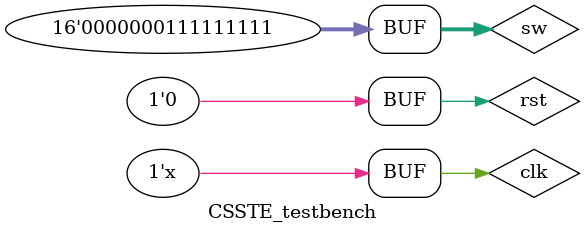
<source format=v>
`timescale 1ns / 1ps


module CSSTE_testbench(

    );
    reg clk;
    reg rst;
    reg [3:0] btny;
    reg [15:0] sw;
    wire [3:0] Blue;
    wire [3:0] Green;
    wire [3:0] Red;
    wire HSYNC;
    wire VSYNC;
    wire [15:0] LED_out;
    wire [7:0] AN;
    wire [7:0] segment;
    
    CSSTE CSSTE_uut(
    .clk_100mhz(clk),
    .RSTN(rst),
    .BTN_y(btny),
    .SW(sw),
    .Blue(Blue),
    .Green(Green),
    .Red(Red),
    .HSYNC(HSYNC),
    .VSYNC(VSYNC),
    .LED_out(LED_out),
    .AN(AN),
    .segment(segment)
    );
    
    always begin
        #5;
        clk = ~clk;
    end
    
    initial begin
        clk = 1'b0;
        rst = 1'b1;
        sw = 16'b0000000111111111;
        #10;
        rst = 1'b0;
        #10;
        sw = 16'b0000010111111111;
        #10;
        sw = 16'b0000000111111111;
        #10;
        sw = 16'b0000010111111111;
        #10;
        sw = 16'b0000000111111111;
        #10;
        sw = 16'b0000010111111111;
        #10;
        sw = 16'b0000000111111111;
        #10;
        sw = 16'b0000010111111111;
        #10;
        sw = 16'b0000000111111111;
        #10;
        sw = 16'b0000010111111111;
        #10;
        sw = 16'b0000000111111111;
        #10;
        sw = 16'b0000010111111111;
        #10;
        sw = 16'b0000000111111111;
        #10;
        sw = 16'b0000010111111111;
        #10;
        sw = 16'b0000000111111111;
        #10;
        sw = 16'b0000010111111111;
        #10;
        sw = 16'b0000000111111111;
        #10;
        sw = 16'b0000010111111111;
        #10;
        sw = 16'b0000000111111111;
        #10;
        sw = 16'b0000010111111111;
        #10;
        sw = 16'b0000000111111111;
        #10;
        sw = 16'b0000010111111111;
        #10;
        sw = 16'b0000000111111111;
        #10;
        sw = 16'b0000010111111111;
        #10;
        sw = 16'b0000000111111111;
        #10;
        sw = 16'b0000010111111111;
        #10;
        sw = 16'b0000000111111111;
        #10;
        sw = 16'b0000010111111111;
        #10;
        sw = 16'b0000000111111111;
        #10;
        sw = 16'b0000010111111111;
        #10;
        sw = 16'b0000000111111111;
        #10;
        sw = 16'b0000010111111111;
        #10;
        sw = 16'b0000000111111111;
        
        
        
    end
endmodule

</source>
